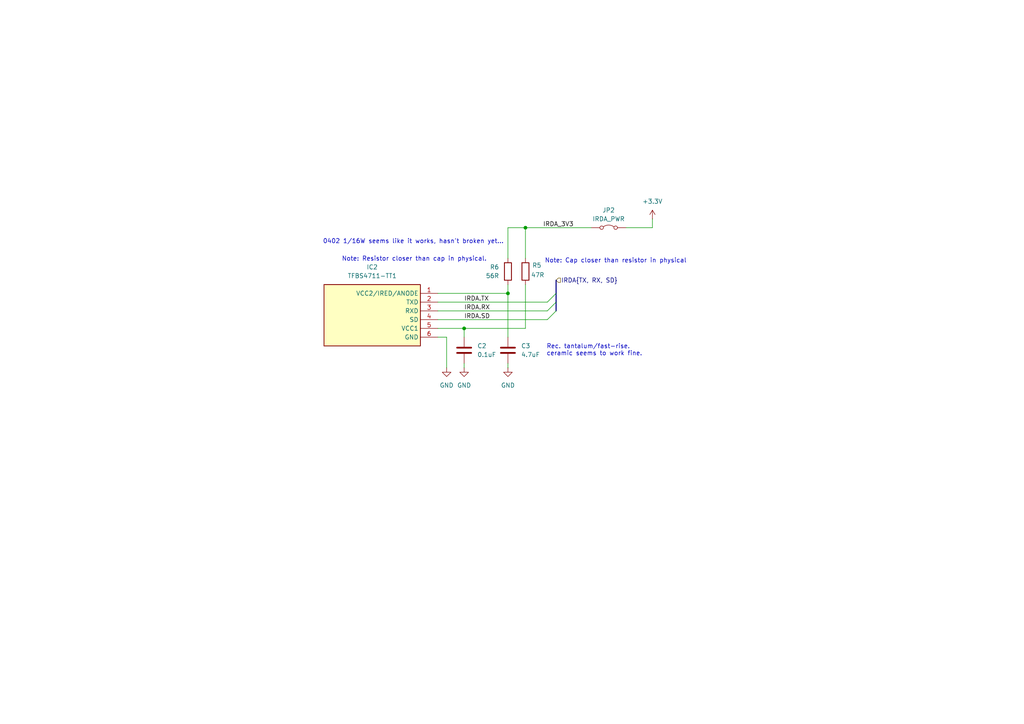
<source format=kicad_sch>
(kicad_sch (version 20231120) (generator "eeschema") (generator_version "8.0")
  (paper "A4")
  (lib_symbols
    (symbol "Device:C" (pin_numbers hide) (pin_names (offset 0.254))
      (property "Reference" "C" (at 0.635 2.54 0))
      (property "Value" "C" (at 0.635 -2.54 0))
      (symbol "C_0_1"
        (polyline (pts (xy -2.032 -0.762) (xy 2.032 -0.762)) (stroke (width 0.508)))
        (polyline (pts (xy -2.032 0.762) (xy 2.032 0.762)) (stroke (width 0.508)))
      )
      (symbol "C_1_1"
        (pin passive line (at 0 3.81 270) (length 2.794) (name "~") (number "1"))
        (pin passive line (at 0 -3.81 90) (length 2.794) (name "~") (number "2"))
      )
    )
    (symbol "Device:R" (pin_numbers hide) (pin_names (offset 0))
      (property "Reference" "R" (at 2.032 0 90))
      (property "Value" "R" (at 0 0 90))
      (symbol "R_0_1"
        (rectangle (start -1.016 -2.54) (end 1.016 2.54) (stroke (width 0.254)))
      )
      (symbol "R_1_1"
        (pin passive line (at 0 3.81 270) (length 1.27) (name "~") (number "1"))
        (pin passive line (at 0 -3.81 90) (length 1.27) (name "~") (number "2"))
      )
    )
    (symbol "Jumper:Jumper_2_Bridged" (pin_numbers hide) (pin_names (offset 0) hide) (exclude_from_sim yes)
      (property "Reference" "JP" (at 0 1.905 0))
      (property "Value" "Jumper_2_Bridged" (at 0 -2.54 0))
      (symbol "Jumper_2_Bridged_0_0"
        (circle (center -2.032 0) (radius 0.508))
        (circle (center 2.032 0) (radius 0.508))
      )
      (symbol "Jumper_2_Bridged_0_1"
        (arc (start 1.524 0.254) (mid 0 0.762) (end -1.524 0.254))
      )
      (symbol "Jumper_2_Bridged_1_1"
        (pin passive line (at -5.08 0 0) (length 2.54) (name "A") (number "1"))
        (pin passive line (at 5.08 0 180) (length 2.54) (name "B") (number "2"))
      )
    )
    (symbol "SamacSys_Parts:TFBS4711-TT1"
      (property "Reference" "IC" (at 34.29 7.62 0))
      (property "Value" "TFBS4711-TT1" (at 34.29 5.08 0))
      (symbol "TFBS4711-TT1_1_1"
        (rectangle (start 5.08 2.54) (end 33.02 -15.24) (stroke (width 0.254)) (fill (type background)))
        (pin passive line (at 0 0 0) (length 5.08) (name "VCC2/IRED/ANODE") (number "1"))
        (pin passive line (at 0 -2.54 0) (length 5.08) (name "TXD") (number "2"))
        (pin passive line (at 0 -5.08 0) (length 5.08) (name "RXD") (number "3"))
        (pin passive line (at 0 -7.62 0) (length 5.08) (name "SD") (number "4"))
        (pin passive line (at 0 -10.16 0) (length 5.08) (name "VCC1") (number "5"))
        (pin passive line (at 0 -12.7 0) (length 5.08) (name "GND") (number "6"))
      )
    )
    (symbol "power:+3.3V" (power) (pin_numbers hide) (pin_names (offset 0) hide)
      (property "Value" "+3.3V" (at 0 3.556 0))
      (symbol "+3.3V_0_1"
        (polyline (pts (xy -0.762 1.27) (xy 0 2.54)))
        (polyline (pts (xy 0 0) (xy 0 2.54)))
        (polyline (pts (xy 0 2.54) (xy 0.762 1.27)))
      )
      (symbol "+3.3V_1_1"
        (pin power_in line (at 0 0 90) (length 0) (name "~") (number "1"))
      )
    )
    (symbol "power:GND" (power) (pin_numbers hide) (pin_names (offset 0) hide)
      (property "Value" "GND" (at 0 -3.81 0))
      (symbol "GND_0_1"
        (polyline (pts (xy 0 0) (xy 0 -1.27) (xy 1.27 -1.27) (xy 0 -2.54) (xy -1.27 -1.27) (xy 0 -1.27)))
      )
      (symbol "GND_1_1"
        (pin power_in line (at 0 0 270) (length 0) (name "~") (number "1"))
      )
    )
  )
  (junction (at 152.4 66.04))
  (junction (at 134.62 95.25))
  (junction (at 147.32 85.09))
  (bus_entry (at 161.29 87.63) (size -2.54 2.54))
  (bus_entry (at 161.29 90.17) (size -2.54 2.54))
  (bus_entry (at 161.29 85.09) (size -2.54 2.54))
  (bus (pts (xy 161.29 87.63) (xy 161.29 90.17)))
  (bus (pts (xy 161.29 85.09) (xy 161.29 87.63)))
  (wire (pts (xy 127 90.17) (xy 158.75 90.17)))
  (wire (pts (xy 181.61 66.04) (xy 189.23 66.04)))
  (wire (pts (xy 129.54 97.79) (xy 129.54 106.68)))
  (wire (pts (xy 134.62 95.25) (xy 152.4 95.25)))
  (wire (pts (xy 127 97.79) (xy 129.54 97.79)))
  (bus (pts (xy 161.29 85.09) (xy 161.29 81.28)))
  (wire (pts (xy 189.23 66.04) (xy 189.23 63.5)))
  (wire (pts (xy 152.4 66.04) (xy 147.32 66.04)))
  (wire (pts (xy 147.32 82.55) (xy 147.32 85.09)))
  (wire (pts (xy 147.32 85.09) (xy 147.32 97.79)))
  (wire (pts (xy 147.32 105.41) (xy 147.32 106.68)))
  (wire (pts (xy 171.45 66.04) (xy 152.4 66.04)))
  (wire (pts (xy 152.4 82.55) (xy 152.4 95.25)))
  (wire (pts (xy 134.62 95.25) (xy 127 95.25)))
  (wire (pts (xy 147.32 66.04) (xy 147.32 74.93)))
  (wire (pts (xy 134.62 105.41) (xy 134.62 106.68)))
  (wire (pts (xy 127 85.09) (xy 147.32 85.09)))
  (wire (pts (xy 152.4 66.04) (xy 152.4 74.93)))
  (wire (pts (xy 134.62 97.79) (xy 134.62 95.25)))
  (wire (pts (xy 127 87.63) (xy 158.75 87.63)))
  (wire (pts (xy 127 92.71) (xy 158.75 92.71)))
  (text "Note: Cap closer than resistor in physical" (at 157.988 75.692 0) (effects (font (size 1.27 1.27)) (justify left)))
  (text "0402 1/16W seems like it works, hasn't broken yet..." (at 119.888 70.104 0) (effects (font (size 1.27 1.27))))
  (text "Rec. tantalum/fast-rise.\nceramic seems to work fine." (at 158.496 101.6 0) (effects (font (size 1.27 1.27)) (justify left)))
  (text "Note: Resistor closer than cap in physical." (at 141.224 75.184 0) (effects (font (size 1.27 1.27)) (justify right)))
  (label "IRDA.RX" (at 134.62 90.17 0))
  (label "IRDA.SD" (at 134.62 92.71 0))
  (label "IRDA_3V3" (at 157.48 66.04 0))
  (label "IRDA.TX" (at 134.62 87.63 0))
  (hierarchical_label "IRDA{TX, RX, SD}" (shape input) (at 161.29 81.28 0))
  (symbol (lib_id "Device:C") (at 147.32 101.6 0) (unit 1)
    (property "Reference" "C3" (at 151.13 100.3299 0) (effects (justify left)))
    (property "Value" "4.7uF" (at 151.13 102.8699 0) (effects (justify left)))
    (property "Description" "Unpolarized capacitor" (effects (hide yes)))
  )
  (symbol (lib_id "power:GND") (at 147.32 106.68 0) (unit 1)
    (property "Reference" "#PWR013" (effects (hide yes)))
    (property "Value" "GND" (at 147.32 111.76 0))
    (property "Description" "Power symbol creates a global label with name \"GND\" , ground" (effects (hide yes)))
  )
  (symbol (lib_id "SamacSys_Parts:TFBS4711-TT1") (at 127 85.09 0) (mirror y) (unit 1)
    (property "Reference" "IC2" (at 107.95 77.47 0))
    (property "Value" "TFBS4711-TT1" (at 107.95 80.01 0))
    (property "Footprint" "TFBS4711TT1" (effects (hide yes)))
    (property "Datasheet" "https://componentsearchengine.com/Datasheets/1/TFBS4711-TT1.pdf" (effects (hide yes)))
    (property "Description" "TFBS4711-TT1 Vishay, Infrared Transceiver, 900Nm 115.2kbit/s, 8m Range, SMT, 6 x 3.1 x 1.9mm" (effects (hide yes)))
    (property "Height" "2" (effects (hide yes)))
    (property "Mouser Part Number" "782-TFBS4711-TT1" (effects (hide yes)))
    (property "Mouser Price/Stock" "https://www.mouser.co.uk/ProductDetail/Vishay-Semiconductors/TFBS4711-TT1?qs=RzxYCzJDjPXm25NkrmdvHA%3D%3D" (effects (hide yes)))
    (property "Manufacturer_Name" "Vishay" (effects (hide yes)))
    (property "Manufacturer_Part_Number" "TFBS4711-TT1" (effects (hide yes)))
  )
  (symbol (lib_id "Device:R") (at 152.4 78.74 0) (unit 1)
    (property "Reference" "R5" (at 155.702 76.962 0))
    (property "Value" "47R" (at 155.956 79.756 0))
    (property "Description" "Resistor" (effects (hide yes)))
  )
  (symbol (lib_id "Device:R") (at 147.32 78.74 0) (mirror y) (unit 1)
    (property "Reference" "R6" (at 144.78 77.4699 0) (effects (justify left)))
    (property "Value" "56R" (at 144.78 80.0099 0) (effects (justify left)))
    (property "Description" "Resistor" (effects (hide yes)))
  )
  (symbol (lib_id "power:GND") (at 134.62 106.68 0) (unit 1)
    (property "Reference" "#PWR012" (effects (hide yes)))
    (property "Value" "GND" (at 134.62 111.76 0))
    (property "Description" "Power symbol creates a global label with name \"GND\" , ground" (effects (hide yes)))
  )
  (symbol (lib_id "power:+3.3V") (at 189.23 63.5 0) (unit 1)
    (property "Reference" "#PWR014" (effects (hide yes)))
    (property "Value" "+3.3V" (at 189.23 58.42 0))
    (property "Description" "Power symbol creates a global label with name \"+3.3V\"" (effects (hide yes)))
  )
  (symbol (lib_id "Jumper:Jumper_2_Bridged") (at 176.53 66.04 0) (unit 1) (exclude_from_sim yes)
    (property "Reference" "JP2" (at 176.53 60.96 0))
    (property "Value" "IRDA_PWR" (at 176.53 63.5 0))
    (property "Description" "Jumper, 2-pole, closed/bridged" (effects (hide yes)))
  )
  (symbol (lib_id "Device:C") (at 134.62 101.6 0) (unit 1)
    (property "Reference" "C2" (at 138.43 100.3299 0) (effects (justify left)))
    (property "Value" "0.1uF" (at 138.43 102.8699 0) (effects (justify left)))
    (property "Description" "Unpolarized capacitor" (effects (hide yes)))
  )
  (symbol (lib_id "power:GND") (at 129.54 106.68 0) (unit 1)
    (property "Reference" "#PWR011" (effects (hide yes)))
    (property "Value" "GND" (at 129.54 111.76 0))
    (property "Description" "Power symbol creates a global label with name \"GND\" , ground" (effects (hide yes)))
  )
)
</source>
